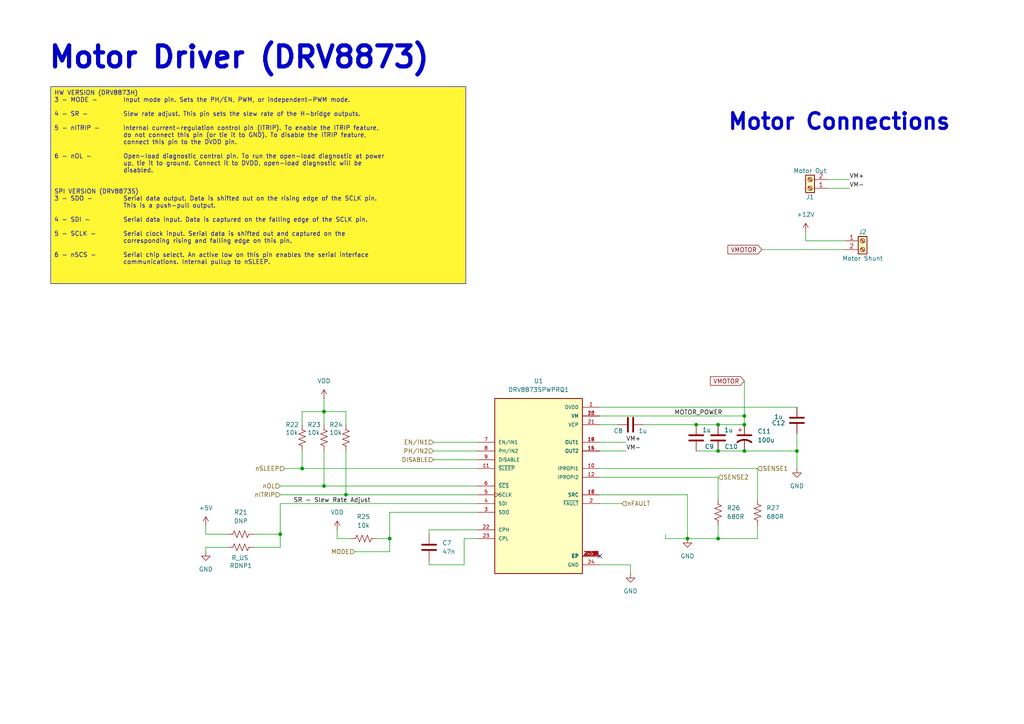
<source format=kicad_sch>
(kicad_sch (version 20231120) (generator "eeschema") (generator_version "8.0")
  (paper "A4")
  (lib_symbols
    (symbol "Connector:Screw_Terminal_01x02" (pin_names (offset 1.016) hide)
      (property "Reference" "J" (at 0 2.54 0))
      (property "Value" "Screw_Terminal_01x02" (at 0 -5.08 0))
      (symbol "Screw_Terminal_01x02_1_1"
        (rectangle (start -1.27 1.27) (end 1.27 -3.81) (stroke (width 0.254)) (fill (type background)))
        (circle (center 0 -2.54) (radius 0.635) (stroke (width 0.1524)))
        (polyline (pts (xy -0.5334 -2.2098) (xy 0.3302 -3.048)) (stroke (width 0.1524)))
        (polyline (pts (xy -0.5334 0.3302) (xy 0.3302 -0.508)) (stroke (width 0.1524)))
        (polyline (pts (xy -0.3556 -2.032) (xy 0.508 -2.8702)) (stroke (width 0.1524)))
        (polyline (pts (xy -0.3556 0.508) (xy 0.508 -0.3302)) (stroke (width 0.1524)))
        (circle (center 0 0) (radius 0.635) (stroke (width 0.1524)))
        (pin passive line (at -5.08 0 0) (length 3.81) (name "Pin_1") (number "1"))
        (pin passive line (at -5.08 -2.54 0) (length 3.81) (name "Pin_2") (number "2"))
      )
    )
    (symbol "DRV8873SPWPRQ1:DRV8873SPWPRQ1" (pin_names (offset 1.016))
      (property "Reference" "U" (at -12.7 26.162 0))
      (property "Value" "DRV8873SPWPRQ1" (at -12.7 -27.94 0))
      (symbol "DRV8873SPWPRQ1_0_0"
        (rectangle (start -12.7 -25.4) (end 12.7 25.4) (stroke (width 0.254)) (fill (type background)))
        (pin power_in line (at 17.78 22.86 180) (length 5.08) (name "DVDD") (number "1"))
        (pin output line (at 17.78 5.08 180) (length 5.08) (name "IPROPI1") (number "10"))
        (pin input line (at -17.78 5.08 0) (length 5.08) (name "~{SLEEP}") (number "11"))
        (pin output line (at 17.78 2.54 180) (length 5.08) (name "IPROPI2") (number "12"))
        (pin power_in line (at 17.78 20.32 180) (length 5.08) (name "VM") (number "13"))
        (pin output line (at 17.78 10.16 180) (length 5.08) (name "OUT2") (number "14"))
        (pin output line (at 17.78 10.16 180) (length 5.08) (name "OUT2") (number "15"))
        (pin output line (at 17.78 -2.54 180) (length 5.08) (name "SRC") (number "16"))
        (pin output line (at 17.78 -2.54 180) (length 5.08) (name "SRC") (number "17"))
        (pin output line (at 17.78 12.7 180) (length 5.08) (name "OUT1") (number "18"))
        (pin output line (at 17.78 12.7 180) (length 5.08) (name "OUT1") (number "19"))
        (pin output line (at 17.78 -5.08 180) (length 5.08) (name "~{FAULT}") (number "2"))
        (pin power_in line (at 17.78 20.32 180) (length 5.08) (name "VM") (number "20"))
        (pin power_in line (at 17.78 17.78 180) (length 5.08) (name "VCP") (number "21"))
        (pin passive line (at -17.78 -12.7 0) (length 5.08) (name "CPH") (number "22"))
        (pin passive line (at -17.78 -15.24 0) (length 5.08) (name "CPL") (number "23"))
        (pin power_in line (at 17.78 -22.86 180) (length 5.08) (name "GND") (number "24"))
        (pin power_in line (at 17.78 -20.32 180) (length 5.08) (name "EP") (number "25"))
        (pin power_in line (at 17.78 -20.32 180) (length 5.08) (name "EP") (number "25.1"))
        (pin power_in line (at 17.78 -20.32 180) (length 5.08) (name "EP") (number "25.10"))
        (pin power_in line (at 17.78 -20.32 180) (length 5.08) (name "EP") (number "25.11"))
        (pin power_in line (at 17.78 -20.32 180) (length 5.08) (name "EP") (number "25.12"))
        (pin power_in line (at 17.78 -20.32 180) (length 5.08) (name "EP") (number "25.13"))
        (pin power_in line (at 17.78 -20.32 180) (length 5.08) (name "EP") (number "25.14"))
        (pin power_in line (at 17.78 -20.32 180) (length 5.08) (name "EP") (number "25.15"))
        (pin power_in line (at 17.78 -20.32 180) (length 5.08) (name "EP") (number "25.16"))
        (pin power_in line (at 17.78 -20.32 180) (length 5.08) (name "EP") (number "25.17"))
        (pin power_in line (at 17.78 -20.32 180) (length 5.08) (name "EP") (number "25.18"))
        (pin power_in line (at 17.78 -20.32 180) (length 5.08) (name "EP") (number "25.2"))
        (pin power_in line (at 17.78 -20.32 180) (length 5.08) (name "EP") (number "25.3"))
        (pin power_in line (at 17.78 -20.32 180) (length 5.08) (name "EP") (number "25.4"))
        (pin power_in line (at 17.78 -20.32 180) (length 5.08) (name "EP") (number "25.5"))
        (pin power_in line (at 17.78 -20.32 180) (length 5.08) (name "EP") (number "25.6"))
        (pin power_in line (at 17.78 -20.32 180) (length 5.08) (name "EP") (number "25.7"))
        (pin power_in line (at 17.78 -20.32 180) (length 5.08) (name "EP") (number "25.8"))
        (pin power_in line (at 17.78 -20.32 180) (length 5.08) (name "EP") (number "25.9"))
        (pin output line (at -17.78 -7.62 0) (length 5.08) (name "SDO") (number "3"))
        (pin input line (at -17.78 -5.08 0) (length 5.08) (name "SDI") (number "4"))
        (pin input clock (at -17.78 -2.54 0) (length 5.08) (name "SCLK") (number "5"))
        (pin input line (at -17.78 0 0) (length 5.08) (name "~{SCS}") (number "6"))
        (pin input line (at -17.78 12.7 0) (length 5.08) (name "EN/IN1") (number "7"))
        (pin input line (at -17.78 10.16 0) (length 5.08) (name "PH/IN2") (number "8"))
        (pin input line (at -17.78 7.62 0) (length 5.08) (name "DISABLE") (number "9"))
      )
    )
    (symbol "Device:C" (pin_numbers hide) (pin_names (offset 0.254))
      (property "Reference" "C" (at 0.635 2.54 0))
      (property "Value" "C" (at 0.635 -2.54 0))
      (symbol "C_0_1"
        (polyline (pts (xy -2.032 -0.762) (xy 2.032 -0.762)) (stroke (width 0.508)))
        (polyline (pts (xy -2.032 0.762) (xy 2.032 0.762)) (stroke (width 0.508)))
      )
      (symbol "C_1_1"
        (pin passive line (at 0 3.81 270) (length 2.794) (name "~") (number "1"))
        (pin passive line (at 0 -3.81 90) (length 2.794) (name "~") (number "2"))
      )
    )
    (symbol "Device:C_Polarized_US" (pin_numbers hide) (pin_names (offset 0.254) hide)
      (property "Reference" "C" (at 0.635 2.54 0))
      (property "Value" "C_Polarized_US" (at 0.635 -2.54 0))
      (symbol "C_Polarized_US_0_1"
        (polyline (pts (xy -2.032 0.762) (xy 2.032 0.762)) (stroke (width 0.508)))
        (polyline (pts (xy -1.778 2.286) (xy -0.762 2.286)))
        (polyline (pts (xy -1.27 1.778) (xy -1.27 2.794)))
        (arc (start 2.032 -1.27) (mid 0 -0.5572) (end -2.032 -1.27) (stroke (width 0.508)))
      )
      (symbol "C_Polarized_US_1_1"
        (pin passive line (at 0 3.81 270) (length 2.794) (name "~") (number "1"))
        (pin passive line (at 0 -3.81 90) (length 3.302) (name "~") (number "2"))
      )
    )
    (symbol "Device:R_US" (pin_numbers hide) (pin_names (offset 0))
      (property "Reference" "R" (at 2.54 0 90))
      (property "Value" "R_US" (at -2.54 0 90))
      (symbol "R_US_0_1"
        (polyline (pts (xy 0 -2.286) (xy 0 -2.54)))
        (polyline (pts (xy 0 2.286) (xy 0 2.54)))
        (polyline (pts (xy 0 -0.762) (xy 1.016 -1.143) (xy 0 -1.524) (xy -1.016 -1.905) (xy 0 -2.286)))
        (polyline (pts (xy 0 0.762) (xy 1.016 0.381) (xy 0 0) (xy -1.016 -0.381) (xy 0 -0.762)))
        (polyline (pts (xy 0 2.286) (xy 1.016 1.905) (xy 0 1.524) (xy -1.016 1.143) (xy 0 0.762)))
      )
      (symbol "R_US_1_1"
        (pin passive line (at 0 3.81 270) (length 1.27) (name "~") (number "1"))
        (pin passive line (at 0 -3.81 90) (length 1.27) (name "~") (number "2"))
      )
    )
    (symbol "power:+12V" (power) (pin_numbers hide) (pin_names (offset 0) hide)
      (property "Value" "+12V" (at 0 3.556 0))
      (symbol "+12V_0_1"
        (polyline (pts (xy -0.762 1.27) (xy 0 2.54)))
        (polyline (pts (xy 0 0) (xy 0 2.54)))
        (polyline (pts (xy 0 2.54) (xy 0.762 1.27)))
      )
      (symbol "+12V_1_1"
        (pin power_in line (at 0 0 90) (length 0) (name "~") (number "1"))
      )
    )
    (symbol "power:+5V" (power) (pin_numbers hide) (pin_names (offset 0) hide)
      (property "Value" "+5V" (at 0 3.556 0))
      (symbol "+5V_0_1"
        (polyline (pts (xy -0.762 1.27) (xy 0 2.54)))
        (polyline (pts (xy 0 0) (xy 0 2.54)))
        (polyline (pts (xy 0 2.54) (xy 0.762 1.27)))
      )
      (symbol "+5V_1_1"
        (pin power_in line (at 0 0 90) (length 0) (name "~") (number "1"))
      )
    )
    (symbol "power:GND" (power) (pin_numbers hide) (pin_names (offset 0) hide)
      (property "Value" "GND" (at 0 -3.81 0))
      (symbol "GND_0_1"
        (polyline (pts (xy 0 0) (xy 0 -1.27) (xy 1.27 -1.27) (xy 0 -2.54) (xy -1.27 -1.27) (xy 0 -1.27)))
      )
      (symbol "GND_1_1"
        (pin power_in line (at 0 0 270) (length 0) (name "~") (number "1"))
      )
    )
    (symbol "power:VDD" (power) (pin_numbers hide) (pin_names (offset 0) hide)
      (property "Value" "VDD" (at 0 3.556 0))
      (symbol "VDD_0_1"
        (polyline (pts (xy -0.762 1.27) (xy 0 2.54)))
        (polyline (pts (xy 0 0) (xy 0 2.54)))
        (polyline (pts (xy 0 2.54) (xy 0.762 1.27)))
      )
      (symbol "VDD_1_1"
        (pin power_in line (at 0 0 90) (length 0) (name "~") (number "1"))
      )
    )
  )
  (junction (at 93.98 140.97))
  (junction (at 113.03 156.21))
  (junction (at 215.9 130.81))
  (junction (at 100.33 143.51))
  (junction (at 208.28 156.21))
  (junction (at 231.14 130.81))
  (junction (at 208.28 130.81))
  (junction (at 199.39 156.21))
  (junction (at 93.98 119.38))
  (junction (at 208.28 123.19))
  (junction (at 201.93 123.19))
  (junction (at 81.28 154.94))
  (junction (at 215.9 123.19))
  (junction (at 215.9 120.65))
  (junction (at 87.63 135.89))
  (no_connect (at 173.99 161.29))
  (wire (pts (xy 124.46 163.83) (xy 134.62 163.83)))
  (wire (pts (xy 199.39 156.21) (xy 199.39 143.51)))
  (wire (pts (xy 201.93 130.81) (xy 208.28 130.81)))
  (wire (pts (xy 233.68 67.31) (xy 233.68 69.85)))
  (wire (pts (xy 113.03 156.21) (xy 113.03 160.02)))
  (wire (pts (xy 215.9 123.19) (xy 208.28 123.19)))
  (wire (pts (xy 186.69 123.19) (xy 201.93 123.19)))
  (wire (pts (xy 97.79 156.21) (xy 101.6 156.21)))
  (wire (pts (xy 59.69 158.75) (xy 66.04 158.75)))
  (wire (pts (xy 201.93 123.19) (xy 208.28 123.19)))
  (wire (pts (xy 219.71 135.89) (xy 173.99 135.89)))
  (wire (pts (xy 231.14 118.11) (xy 173.99 118.11)))
  (wire (pts (xy 93.98 115.57) (xy 93.98 119.38)))
  (wire (pts (xy 87.63 119.38) (xy 93.98 119.38)))
  (wire (pts (xy 173.99 120.65) (xy 215.9 120.65)))
  (wire (pts (xy 59.69 152.4) (xy 59.69 154.94)))
  (wire (pts (xy 93.98 119.38) (xy 100.33 119.38)))
  (wire (pts (xy 215.9 110.49) (xy 215.9 120.65)))
  (wire (pts (xy 113.03 156.21) (xy 113.03 148.59)))
  (wire (pts (xy 173.99 138.43) (xy 208.28 138.43)))
  (wire (pts (xy 219.71 156.21) (xy 219.71 152.4)))
  (wire (pts (xy 231.14 125.73) (xy 231.14 130.81)))
  (wire (pts (xy 220.98 72.39) (xy 245.11 72.39)))
  (wire (pts (xy 97.79 153.67) (xy 97.79 156.21)))
  (wire (pts (xy 93.98 119.38) (xy 93.98 123.19)))
  (wire (pts (xy 134.62 156.21) (xy 138.43 156.21)))
  (wire (pts (xy 125.73 128.27) (xy 138.43 128.27)))
  (wire (pts (xy 173.99 128.27) (xy 181.61 128.27)))
  (wire (pts (xy 100.33 119.38) (xy 100.33 123.19)))
  (wire (pts (xy 240.03 52.07) (xy 246.38 52.07)))
  (wire (pts (xy 81.28 140.97) (xy 93.98 140.97)))
  (wire (pts (xy 208.28 130.81) (xy 215.9 130.81)))
  (wire (pts (xy 59.69 154.94) (xy 66.04 154.94)))
  (wire (pts (xy 182.88 163.83) (xy 182.88 166.37)))
  (wire (pts (xy 100.33 130.81) (xy 100.33 143.51)))
  (wire (pts (xy 109.22 156.21) (xy 113.03 156.21)))
  (wire (pts (xy 81.28 143.51) (xy 100.33 143.51)))
  (wire (pts (xy 81.28 158.75) (xy 81.28 154.94)))
  (wire (pts (xy 233.68 69.85) (xy 245.11 69.85)))
  (wire (pts (xy 81.28 146.05) (xy 81.28 154.94)))
  (wire (pts (xy 199.39 156.21) (xy 208.28 156.21)))
  (wire (pts (xy 208.28 156.21) (xy 219.71 156.21)))
  (wire (pts (xy 208.28 152.4) (xy 208.28 156.21)))
  (wire (pts (xy 93.98 130.81) (xy 93.98 140.97)))
  (wire (pts (xy 173.99 130.81) (xy 181.61 130.81)))
  (wire (pts (xy 100.33 143.51) (xy 138.43 143.51)))
  (wire (pts (xy 240.03 54.61) (xy 246.38 54.61)))
  (wire (pts (xy 59.69 160.02) (xy 59.69 158.75)))
  (wire (pts (xy 87.63 123.19) (xy 87.63 119.38)))
  (wire (pts (xy 173.99 146.05) (xy 180.34 146.05)))
  (wire (pts (xy 215.9 124.46) (xy 215.9 123.19)))
  (wire (pts (xy 199.39 143.51) (xy 173.99 143.51)))
  (wire (pts (xy 208.28 138.43) (xy 208.28 144.78)))
  (wire (pts (xy 215.9 130.81) (xy 231.14 130.81)))
  (wire (pts (xy 125.73 130.81) (xy 138.43 130.81)))
  (wire (pts (xy 124.46 153.67) (xy 138.43 153.67)))
  (wire (pts (xy 87.63 135.89) (xy 138.43 135.89)))
  (wire (pts (xy 134.62 163.83) (xy 134.62 156.21)))
  (wire (pts (xy 81.28 146.05) (xy 138.43 146.05)))
  (wire (pts (xy 73.66 158.75) (xy 81.28 158.75)))
  (wire (pts (xy 173.99 163.83) (xy 182.88 163.83)))
  (wire (pts (xy 193.04 154.94) (xy 193.04 156.21)))
  (wire (pts (xy 124.46 162.56) (xy 124.46 163.83)))
  (wire (pts (xy 81.28 154.94) (xy 73.66 154.94)))
  (wire (pts (xy 113.03 160.02) (xy 102.87 160.02)))
  (wire (pts (xy 173.99 123.19) (xy 179.07 123.19)))
  (wire (pts (xy 193.04 156.21) (xy 199.39 156.21)))
  (wire (pts (xy 124.46 154.94) (xy 124.46 153.67)))
  (wire (pts (xy 87.63 130.81) (xy 87.63 135.89)))
  (wire (pts (xy 82.55 135.89) (xy 87.63 135.89)))
  (wire (pts (xy 231.14 130.81) (xy 231.14 135.89)))
  (wire (pts (xy 93.98 140.97) (xy 138.43 140.97)))
  (wire (pts (xy 125.73 133.35) (xy 138.43 133.35)))
  (wire (pts (xy 113.03 148.59) (xy 138.43 148.59)))
  (wire (pts (xy 219.71 144.78) (xy 219.71 135.89)))
  (wire (pts (xy 215.9 120.65) (xy 215.9 123.19)))
  (text_box "HW VERSION (DRV8873H)\n3 - MODE -		Input mode pin. Sets the PH/EN, PWM, or independent-PWM mode.\n\n4 - SR - 		Slew rate adjust. This pin sets the slew rate of the H-bridge outputs.\n\n5 - nITRIP -	Internal current-regulation control pin (ITRIP). To enable the ITRIP feature,\n				do not connect this pin (or tie it to GND). To disable the ITRIP feature,\n				connect this pin to the DVDD pin.\n\n6 - nOL -		Open-load diagnostic control pin. To run the open-load diagnostic at power\n				up, tie it to ground. Connect it to DVDD, open-load diagnostic will be\n				disabled.\n\n\nSPI VERSION (DRV8873S)\n3 - SDO -		Serial data output. Data is shifted out on the rising edge of the SCLK pin.\n				This is a push-pull output.\n\n4 - SDI - 		Serial data input. Data is captured on the falling edge of the SCLK pin.\n\n5 - SCLK -		Serial clock input. Serial data is shifted out and captured on the\n				corresponding rising and falling edge on this pin.\n\n6 - nSCS -		Serial chip select. An active low on this pin enables the serial interface\n				communications. Internal pullup to nSLEEP." (at 14.732 25.146 0) (size 120.396 57.15) (fill (type color) (color 255 246 52 1)) (effects (font (size 1.27 1.27)) (justify left top)))
  (text "Motor Connections" (at 210.82 38.1 0) (effects (font (size 4.572 4.572) (thickness 0.9144) (bold yes)) (justify left bottom)))
  (text "Motor Driver (DRV8873)" (at 13.716 20.32 0) (effects (font (size 6.096 6.096) (thickness 1.2192) (bold yes)) (justify left bottom)))
  (label "VM-" (at 246.38 54.61 0))
  (label "SR - Slew Rate Adjust" (at 85.09 146.05 0))
  (label "VM+" (at 181.61 128.27 0))
  (label "VM-" (at 181.61 130.81 0))
  (label "MOTOR_POWER" (at 195.58 120.65 0))
  (label "VM+" (at 246.38 52.07 0))
  (global_label "VMOTOR" (shape input) (at 220.98 72.39 180) (property "Intersheetrefs" "${INTERSHEET_REFS}" (effects (hide yes))))
  (global_label "VMOTOR" (shape input) (at 215.9 110.49 180) (property "Intersheetrefs" "${INTERSHEET_REFS}" (effects (hide yes))))
  (hierarchical_label "SENSE2" (shape input) (at 208.28 138.43 0))
  (hierarchical_label "DISABLE" (shape input) (at 125.73 133.35 180))
  (hierarchical_label "nFAULT" (shape input) (at 180.34 146.05 0))
  (hierarchical_label "nITRIP" (shape input) (at 81.28 143.51 180))
  (hierarchical_label "MODE" (shape input) (at 102.87 160.02 180))
  (hierarchical_label "PH{slash}IN2" (shape input) (at 125.73 130.81 180))
  (hierarchical_label "nSLEEP" (shape input) (at 82.55 135.89 180))
  (hierarchical_label "nOL" (shape input) (at 81.28 140.97 180))
  (hierarchical_label "SENSE1" (shape input) (at 219.71 135.89 0))
  (hierarchical_label "EN{slash}IN1" (shape input) (at 125.73 128.27 180))
  (symbol (lib_id "DRV8873SPWPRQ1:DRV8873SPWPRQ1") (at 156.21 140.97 0) (unit 1)
    (property "Reference" "U1" (at 156.21 110.49 0))
    (property "Value" "DRV8873SPWPRQ1" (at 156.21 113.03 0))
    (property "Footprint" "Package_SO:HTSSOP-24-1EP_4.4x7.8mm_P0.65mm_EP3.4x7.8mm_Mask2.4x2.98mm_ThermalVias" (effects (hide yes)))
    (property "MF" "Texas Instruments" (effects (hide yes)))
    (property "Description_1" "\nAutomotive 40-V, 10-A H-bridge motor driver with integrated current sensing & feedback\n" (effects (hide yes)))
    (property "Package" "HTSSOP-24 Texas Instruments" (effects (hide yes)))
    (property "Price" "None" (effects (hide yes)))
    (property "Check_prices" "https://www.snapeda.com/parts/DRV8873SPWPRQ1/Texas+Instruments/view-part/?ref=eda" (effects (hide yes)))
    (property "STANDARD" "Manufacturer Recommendations" (effects (hide yes)))
    (property "PARTREV" "A" (effects (hide yes)))
    (property "SnapEDA_Link" "https://www.snapeda.com/parts/DRV8873SPWPRQ1/Texas+Instruments/view-part/?ref=snap" (effects (hide yes)))
    (property "MP" "DRV8873SPWPRQ1" (effects (hide yes)))
    (property "Availability" "In Stock" (effects (hide yes)))
    (property "MANUFACTURER" "TEXAS INSTRUMENTS" (effects (hide yes)))
  )
  (symbol (lib_id "power:GND") (at 199.39 156.21 0) (unit 1)
    (property "Reference" "#PWR026" (effects (hide yes)))
    (property "Value" "GND" (at 199.39 161.29 0))
    (property "Description" "Power symbol creates a global label with name \"GND\" , ground" (effects (hide yes)))
  )
  (symbol (lib_id "Device:C") (at 124.46 158.75 0) (unit 1)
    (property "Reference" "C7" (at 128.27 157.4799 0) (effects (justify left)))
    (property "Value" "47n" (at 128.27 160.0199 0) (effects (justify left)))
    (property "Footprint" "Capacitor_SMD:C_0402_1005Metric" (effects (hide yes)))
    (property "Description" "Unpolarized capacitor" (effects (hide yes)))
  )
  (symbol (lib_id "Device:R_US") (at 69.85 154.94 270) (unit 1)
    (property "Reference" "R21" (at 69.85 148.59 90))
    (property "Value" "DNP" (at 69.85 151.13 90))
    (property "Footprint" "Resistor_SMD:R_0402_1005Metric" (effects (hide yes)))
    (property "Description" "Resistor, US symbol" (effects (hide yes)))
  )
  (symbol (lib_id "Device:C") (at 231.14 121.92 0) (unit 1)
    (property "Reference" "C12" (at 225.806 122.682 0))
    (property "Value" "1u" (at 225.806 120.904 0))
    (property "Footprint" "Diode_SMD:D_1206_3216Metric" (effects (hide yes)))
    (property "Description" "Unpolarized capacitor" (effects (hide yes)))
  )
  (symbol (lib_id "Device:R_US") (at 208.28 148.59 180) (unit 1)
    (property "Reference" "R26" (at 210.82 147.3199 0) (effects (justify right)))
    (property "Value" "680R" (at 210.82 149.8599 0) (effects (justify right)))
    (property "Footprint" "Resistor_SMD:R_0603_1608Metric" (effects (hide yes)))
    (property "Description" "Resistor, US symbol" (effects (hide yes)))
  )
  (symbol (lib_id "power:GND") (at 59.69 160.02 0) (unit 1)
    (property "Reference" "#PWR023" (effects (hide yes)))
    (property "Value" "GND" (at 59.69 165.1 0))
    (property "Description" "Power symbol creates a global label with name \"GND\" , ground" (effects (hide yes)))
  )
  (symbol (lib_id "Connector:Screw_Terminal_01x02") (at 234.95 54.61 180) (unit 1)
    (property "Reference" "J1" (at 234.95 57.15 0))
    (property "Value" "Motor Out" (at 234.95 49.53 0))
    (property "Footprint" "TerminalBlock_Altech:Altech_AK100_1x02_P5.00mm" (effects (hide yes)))
    (property "Description" "Generic screw terminal, single row, 01x02, script generated (kicad-library-utils/schlib/autogen/connector/)" (effects (hide yes)))
  )
  (symbol (lib_id "power:+12V") (at 233.68 67.31 0) (unit 1)
    (property "Reference" "#PWR018" (effects (hide yes)))
    (property "Value" "+12V" (at 233.68 62.23 0))
    (property "Description" "Power symbol creates a global label with name \"+12V\"" (effects (hide yes)))
  )
  (symbol (lib_id "Device:C") (at 201.93 127 180) (unit 1)
    (property "Reference" "C9" (at 205.74 129.54 0))
    (property "Value" "1u" (at 204.978 124.714 0))
    (property "Footprint" "Diode_SMD:D_1206_3216Metric" (effects (hide yes)))
    (property "Description" "Unpolarized capacitor" (effects (hide yes)))
  )
  (symbol (lib_id "power:VDD") (at 93.98 115.57 0) (unit 1)
    (property "Reference" "#PWR024" (effects (hide yes)))
    (property "Value" "VDD" (at 93.98 110.49 0))
    (property "Description" "Power symbol creates a global label with name \"VDD\"" (effects (hide yes)))
  )
  (symbol (lib_id "power:+5V") (at 59.69 152.4 0) (unit 1)
    (property "Reference" "#PWR022" (effects (hide yes)))
    (property "Value" "+5V" (at 59.69 147.32 0))
    (property "Description" "Power symbol creates a global label with name \"+5V\"" (effects (hide yes)))
  )
  (symbol (lib_id "Device:C") (at 182.88 123.19 90) (unit 1)
    (property "Reference" "C8" (at 179.324 124.968 90))
    (property "Value" "1u" (at 186.436 124.968 90))
    (property "Footprint" "Diode_SMD:D_1206_3216Metric" (effects (hide yes)))
    (property "Description" "Unpolarized capacitor" (effects (hide yes)))
  )
  (symbol (lib_id "power:GND") (at 231.14 135.89 0) (unit 1)
    (property "Reference" "#PWR029" (effects (hide yes)))
    (property "Value" "GND" (at 231.14 140.97 0))
    (property "Description" "Power symbol creates a global label with name \"GND\" , ground" (effects (hide yes)))
  )
  (symbol (lib_id "Device:R_US") (at 69.85 158.75 90) (unit 1)
    (property "Reference" "RDNP1" (at 69.85 164.084 90))
    (property "Value" "R_US" (at 69.596 161.798 90))
    (property "Footprint" "Resistor_SMD:R_0402_1005Metric" (effects (hide yes)))
    (property "Description" "Resistor, US symbol" (effects (hide yes)))
  )
  (symbol (lib_id "Device:C") (at 208.28 127 180) (unit 1)
    (property "Reference" "C10" (at 212.09 129.54 0))
    (property "Value" "1u" (at 211.328 124.714 0))
    (property "Footprint" "Diode_SMD:D_1206_3216Metric" (effects (hide yes)))
    (property "Description" "Unpolarized capacitor" (effects (hide yes)))
  )
  (symbol (lib_id "power:GND") (at 182.88 166.37 0) (unit 1)
    (property "Reference" "#PWR027" (effects (hide yes)))
    (property "Value" "GND" (at 182.88 171.45 0))
    (property "Description" "Power symbol creates a global label with name \"GND\" , ground" (effects (hide yes)))
  )
  (symbol (lib_id "Device:R_US") (at 100.33 127 180) (unit 1)
    (property "Reference" "R24" (at 95.504 123.19 0) (effects (justify right)))
    (property "Value" "10k" (at 95.504 125.476 0) (effects (justify right)))
    (property "Footprint" "Resistor_SMD:R_0402_1005Metric" (effects (hide yes)))
    (property "Description" "Resistor, US symbol" (effects (hide yes)))
  )
  (symbol (lib_id "Device:R_US") (at 105.41 156.21 90) (unit 1)
    (property "Reference" "R25" (at 105.41 149.86 90))
    (property "Value" "10k" (at 105.41 152.4 90))
    (property "Footprint" "Resistor_SMD:R_0402_1005Metric" (effects (hide yes)))
    (property "Description" "Resistor, US symbol" (effects (hide yes)))
  )
  (symbol (lib_id "Connector:Screw_Terminal_01x02") (at 250.19 69.85 0) (unit 1)
    (property "Reference" "J2" (at 250.19 67.31 0))
    (property "Value" "Motor Shunt" (at 250.19 74.93 0))
    (property "Footprint" "TerminalBlock_Altech:Altech_AK100_1x02_P5.00mm" (effects (hide yes)))
    (property "Description" "Generic screw terminal, single row, 01x02, script generated (kicad-library-utils/schlib/autogen/connector/)" (effects (hide yes)))
  )
  (symbol (lib_id "Device:R_US") (at 87.63 127 180) (unit 1)
    (property "Reference" "R22" (at 82.804 123.19 0) (effects (justify right)))
    (property "Value" "10k" (at 82.804 125.476 0) (effects (justify right)))
    (property "Footprint" "Resistor_SMD:R_0402_1005Metric" (effects (hide yes)))
    (property "Description" "Resistor, US symbol" (effects (hide yes)))
  )
  (symbol (lib_id "Device:R_US") (at 219.71 148.59 180) (unit 1)
    (property "Reference" "R27" (at 222.25 147.3199 0) (effects (justify right)))
    (property "Value" "680R" (at 222.25 149.8599 0) (effects (justify right)))
    (property "Footprint" "Resistor_SMD:R_0603_1608Metric" (effects (hide yes)))
    (property "Description" "Resistor, US symbol" (effects (hide yes)))
  )
  (symbol (lib_id "power:VDD") (at 97.79 153.67 0) (unit 1)
    (property "Reference" "#PWR025" (effects (hide yes)))
    (property "Value" "VDD" (at 97.79 148.59 0))
    (property "Description" "Power symbol creates a global label with name \"VDD\"" (effects (hide yes)))
  )
  (symbol (lib_id "Device:C_Polarized_US") (at 215.9 127 0) (unit 1)
    (property "Reference" "C11" (at 219.71 125.0949 0) (effects (justify left)))
    (property "Value" "100u" (at 219.71 127.6349 0) (effects (justify left)))
    (property "Footprint" "Capacitor_SMD:CP_Elec_10x10.5" (effects (hide yes)))
    (property "Description" "Polarized capacitor, US symbol" (effects (hide yes)))
  )
  (symbol (lib_id "Device:R_US") (at 93.98 127 180) (unit 1)
    (property "Reference" "R23" (at 89.154 123.19 0) (effects (justify right)))
    (property "Value" "10k" (at 89.154 125.476 0) (effects (justify right)))
    (property "Footprint" "Resistor_SMD:R_0402_1005Metric" (effects (hide yes)))
    (property "Description" "Resistor, US symbol" (effects (hide yes)))
  )
)
</source>
